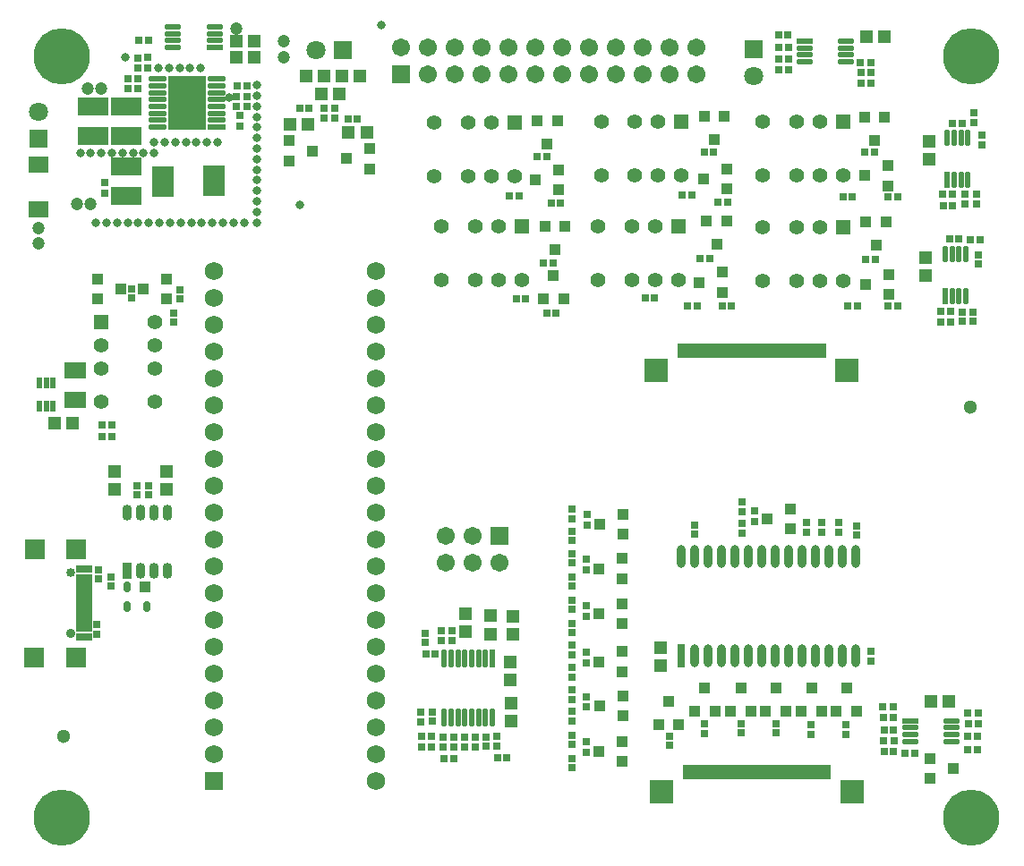
<source format=gts>
G04*
G04 #@! TF.GenerationSoftware,Altium Limited,Altium Designer,20.2.7 (254)*
G04*
G04 Layer_Color=8388736*
%FSLAX44Y44*%
%MOMM*%
G71*
G04*
G04 #@! TF.SameCoordinates,14443FBA-9F2F-49AC-9F3F-8E7C631A9B01*
G04*
G04*
G04 #@! TF.FilePolarity,Negative*
G04*
G01*
G75*
%ADD15R,0.8032X0.8032*%
%ADD16R,1.5032X0.5032*%
%ADD17R,1.5032X0.8032*%
%ADD18R,2.9032X1.8032*%
%ADD19R,0.8032X0.7532*%
%ADD20R,0.8032X0.8032*%
%ADD21R,0.7532X0.8032*%
%ADD22R,1.3032X1.2032*%
%ADD23R,0.6032X1.1032*%
%ADD24R,2.1082X2.9932*%
%ADD25O,1.7032X0.5532*%
%ADD26R,1.7032X0.5532*%
%ADD27R,3.6032X5.2032*%
%ADD28O,0.9032X1.5032*%
%ADD29R,0.9032X1.5032*%
%ADD30C,1.3000*%
%ADD31R,2.2032X2.2032*%
%ADD32R,0.5032X1.4032*%
%ADD33R,1.1032X1.0032*%
%ADD34R,1.0032X1.1032*%
%ADD35R,1.0832X1.0532*%
%ADD36O,0.7032X1.0532*%
%ADD37R,1.9632X1.5032*%
%ADD38R,2.0032X1.5032*%
%ADD39O,1.5532X0.5532*%
%ADD40R,1.5532X0.5532*%
%ADD41O,0.5532X1.5532*%
%ADD42R,0.5532X1.5532*%
%ADD43O,0.5532X1.7032*%
%ADD44R,0.5532X1.7032*%
%ADD45O,0.8032X2.2032*%
%ADD46R,0.8032X2.2032*%
%ADD47R,1.2032X1.3032*%
%ADD48C,0.8532*%
%ADD49R,1.9032X1.9032*%
%ADD50C,0.9032*%
%ADD51C,5.3032*%
%ADD52C,1.4032*%
%ADD53R,1.4032X1.4032*%
%ADD54R,1.4032X1.4032*%
%ADD55C,1.7032*%
%ADD56R,1.7032X1.7032*%
%ADD57R,1.8032X1.8032*%
%ADD58C,1.8032*%
%ADD59R,1.8032X1.8032*%
%ADD60R,1.7272X1.7272*%
%ADD61C,1.7272*%
%ADD62C,1.2032*%
%ADD63C,0.8032*%
D15*
X208000Y704000D02*
D03*
Y694000D02*
D03*
X80000Y631000D02*
D03*
Y641000D02*
D03*
X121000Y749000D02*
D03*
Y759000D02*
D03*
X536378Y326277D02*
D03*
Y316277D02*
D03*
X535378Y284277D02*
D03*
Y274277D02*
D03*
Y196277D02*
D03*
Y186277D02*
D03*
X535378Y240278D02*
D03*
Y230278D02*
D03*
Y111277D02*
D03*
Y101277D02*
D03*
X535378Y154277D02*
D03*
Y144277D02*
D03*
X694870Y330310D02*
D03*
Y320310D02*
D03*
D16*
X60625Y225250D02*
D03*
Y245250D02*
D03*
Y240250D02*
D03*
Y235250D02*
D03*
Y250250D02*
D03*
Y230250D02*
D03*
Y255250D02*
D03*
Y260250D02*
D03*
D17*
X60675Y274750D02*
D03*
X60700Y218800D02*
D03*
X60675Y266750D02*
D03*
X60700Y210800D02*
D03*
D18*
X101000Y656000D02*
D03*
Y628000D02*
D03*
X69000Y713000D02*
D03*
Y685000D02*
D03*
X101000Y713000D02*
D03*
Y685000D02*
D03*
D19*
X111500Y739000D02*
D03*
X102500D02*
D03*
X205500Y732000D02*
D03*
X214500D02*
D03*
X112500Y775000D02*
D03*
X121500D02*
D03*
X401090Y95480D02*
D03*
X410090D02*
D03*
X380090Y106490D02*
D03*
X389090D02*
D03*
X319460Y701310D02*
D03*
X310460D02*
D03*
X264560Y710720D02*
D03*
X273560D02*
D03*
X795660Y744500D02*
D03*
X804660D02*
D03*
X726660Y780500D02*
D03*
X717660D02*
D03*
X795660Y734500D02*
D03*
X804660D02*
D03*
X718160Y747500D02*
D03*
X727160D02*
D03*
Y757500D02*
D03*
X718160D02*
D03*
X727160Y768500D02*
D03*
X718160D02*
D03*
X882230Y696900D02*
D03*
X891230D02*
D03*
X872730Y629900D02*
D03*
X881730D02*
D03*
X879230Y587400D02*
D03*
X888230D02*
D03*
X871230Y518900D02*
D03*
X880230D02*
D03*
X873230Y618900D02*
D03*
X882230D02*
D03*
X899230Y586900D02*
D03*
X908230D02*
D03*
X871230Y508900D02*
D03*
X880230D02*
D03*
X460580Y96600D02*
D03*
X451580D02*
D03*
X647370Y669310D02*
D03*
X656370D02*
D03*
X489370Y665310D02*
D03*
X498370D02*
D03*
X800370Y568310D02*
D03*
X809370D02*
D03*
X380240Y116630D02*
D03*
X389240D02*
D03*
X393000Y194540D02*
D03*
X384000D02*
D03*
X660370Y622310D02*
D03*
X669370D02*
D03*
X502370Y621310D02*
D03*
X511370D02*
D03*
X821370Y524310D02*
D03*
X830370D02*
D03*
X591370Y531310D02*
D03*
X600370D02*
D03*
X643500Y569000D02*
D03*
X652500D02*
D03*
X799370Y669310D02*
D03*
X808370D02*
D03*
X495370Y564310D02*
D03*
X504370D02*
D03*
X626370Y629310D02*
D03*
X635370D02*
D03*
X664370Y524310D02*
D03*
X673370D02*
D03*
X821370Y627310D02*
D03*
X830370D02*
D03*
X498370Y517310D02*
D03*
X507370D02*
D03*
X463370Y628310D02*
D03*
X472370D02*
D03*
X783370Y524310D02*
D03*
X792370D02*
D03*
X631370D02*
D03*
X640370D02*
D03*
X778370Y627310D02*
D03*
X787370D02*
D03*
X825870Y134310D02*
D03*
X816870D02*
D03*
X846370Y100310D02*
D03*
X837370D02*
D03*
X826370Y102306D02*
D03*
X817370D02*
D03*
X826370Y122306D02*
D03*
X817370D02*
D03*
X469329Y530537D02*
D03*
X478329D02*
D03*
X897370Y128310D02*
D03*
X906370D02*
D03*
X896370Y116310D02*
D03*
X905370D02*
D03*
X896370Y104310D02*
D03*
X905370D02*
D03*
X77920Y400600D02*
D03*
X86920D02*
D03*
X86920Y411600D02*
D03*
X77920D02*
D03*
D20*
X112000Y730000D02*
D03*
X102000D02*
D03*
X205000Y722000D02*
D03*
X215000D02*
D03*
X205000Y713000D02*
D03*
X215000D02*
D03*
X906870Y138310D02*
D03*
X896870D02*
D03*
X805160Y754500D02*
D03*
X795160D02*
D03*
X815870Y144310D02*
D03*
X825870D02*
D03*
X816870Y112306D02*
D03*
X826870D02*
D03*
D21*
X112000Y749500D02*
D03*
Y758500D02*
D03*
X410870Y106670D02*
D03*
Y115670D02*
D03*
X379390Y139660D02*
D03*
Y130660D02*
D03*
X441270Y116250D02*
D03*
Y107250D02*
D03*
X758870Y309810D02*
D03*
Y318810D02*
D03*
X774870Y309810D02*
D03*
Y318810D02*
D03*
X791254Y306787D02*
D03*
Y315788D02*
D03*
X804870Y196810D02*
D03*
Y187810D02*
D03*
X638254Y307787D02*
D03*
Y316787D02*
D03*
X743870Y318810D02*
D03*
Y309810D02*
D03*
X781258Y127288D02*
D03*
Y118287D02*
D03*
X748258Y127288D02*
D03*
Y118287D02*
D03*
X614870Y116810D02*
D03*
Y107810D02*
D03*
X715258Y128787D02*
D03*
Y119788D02*
D03*
X647258Y128287D02*
D03*
Y119288D02*
D03*
X682258Y128787D02*
D03*
Y119788D02*
D03*
X86300Y267570D02*
D03*
Y258570D02*
D03*
X73000Y213500D02*
D03*
Y222500D02*
D03*
X74000Y265500D02*
D03*
Y274500D02*
D03*
X420870Y106810D02*
D03*
Y115810D02*
D03*
X297960Y710810D02*
D03*
Y701810D02*
D03*
X287960Y710810D02*
D03*
Y701810D02*
D03*
X400630Y106740D02*
D03*
Y115740D02*
D03*
X902730Y697400D02*
D03*
Y706400D02*
D03*
X909730Y676400D02*
D03*
Y685400D02*
D03*
X906730Y563400D02*
D03*
Y572400D02*
D03*
X893730Y620400D02*
D03*
Y629400D02*
D03*
X891730Y509400D02*
D03*
Y518400D02*
D03*
X904730Y629400D02*
D03*
Y620400D02*
D03*
X901730Y518400D02*
D03*
Y509400D02*
D03*
X383550Y214440D02*
D03*
Y205440D02*
D03*
X398940Y207240D02*
D03*
Y216240D02*
D03*
X121470Y353980D02*
D03*
Y344980D02*
D03*
X389870Y139810D02*
D03*
Y130810D02*
D03*
X110470Y353980D02*
D03*
Y344980D02*
D03*
X408600Y207420D02*
D03*
Y216420D02*
D03*
X431090Y115750D02*
D03*
Y106750D02*
D03*
X450920Y116320D02*
D03*
Y107320D02*
D03*
X522378Y331777D02*
D03*
Y322777D02*
D03*
Y310777D02*
D03*
Y301777D02*
D03*
Y289777D02*
D03*
Y280777D02*
D03*
Y267777D02*
D03*
Y258778D02*
D03*
Y202777D02*
D03*
Y193778D02*
D03*
Y181777D02*
D03*
Y172778D02*
D03*
X522378Y245777D02*
D03*
Y236777D02*
D03*
Y223778D02*
D03*
Y214778D02*
D03*
X522378Y117777D02*
D03*
Y108778D02*
D03*
Y95777D02*
D03*
Y86777D02*
D03*
X145100Y508440D02*
D03*
Y517440D02*
D03*
X522378Y160777D02*
D03*
Y151777D02*
D03*
X522374Y140278D02*
D03*
Y131278D02*
D03*
X683378Y308777D02*
D03*
Y317777D02*
D03*
X683374Y329277D02*
D03*
Y338278D02*
D03*
X106100Y531440D02*
D03*
Y540440D02*
D03*
X151100Y530440D02*
D03*
Y539440D02*
D03*
D22*
X49500Y413000D02*
D03*
X32500D02*
D03*
X817660Y778500D02*
D03*
X800660D02*
D03*
X310960Y688310D02*
D03*
X327960D02*
D03*
X272560Y695720D02*
D03*
X255560D02*
D03*
X302460Y724310D02*
D03*
X285460D02*
D03*
X270460Y741310D02*
D03*
X287460D02*
D03*
X321460Y741310D02*
D03*
X304460D02*
D03*
X861870Y149310D02*
D03*
X878870D02*
D03*
X205000Y759000D02*
D03*
X222000D02*
D03*
X205000Y774500D02*
D03*
X222000D02*
D03*
D23*
X18500Y451000D02*
D03*
X25000D02*
D03*
X31500D02*
D03*
X18500Y429000D02*
D03*
X25000D02*
D03*
X31500D02*
D03*
D24*
X135000Y642000D02*
D03*
X183510Y642247D02*
D03*
D25*
X186000Y712750D02*
D03*
Y719250D02*
D03*
Y699750D02*
D03*
Y706250D02*
D03*
Y738750D02*
D03*
Y725750D02*
D03*
Y732250D02*
D03*
X130000Y738750D02*
D03*
Y732250D02*
D03*
Y719250D02*
D03*
Y725750D02*
D03*
Y712750D02*
D03*
Y699750D02*
D03*
Y706250D02*
D03*
Y693250D02*
D03*
D26*
X186000D02*
D03*
D27*
X158000Y716000D02*
D03*
D28*
X139870Y328480D02*
D03*
X127170D02*
D03*
X114470D02*
D03*
X101770D02*
D03*
X139870Y273480D02*
D03*
X127170D02*
D03*
X114470D02*
D03*
D29*
X101770D02*
D03*
D30*
X899200Y427980D02*
D03*
X41030Y116800D02*
D03*
D31*
X602120Y462810D02*
D03*
X782120D02*
D03*
X606870Y64185D02*
D03*
X786870D02*
D03*
D32*
X759870Y481310D02*
D03*
X754870D02*
D03*
X749870D02*
D03*
X744870D02*
D03*
X739870D02*
D03*
X734870D02*
D03*
X729870D02*
D03*
X714870D02*
D03*
X709870D02*
D03*
X704870D02*
D03*
X699870D02*
D03*
X684870D02*
D03*
X679870D02*
D03*
X674870D02*
D03*
X669870D02*
D03*
X664870D02*
D03*
X659870D02*
D03*
X654870D02*
D03*
X649870D02*
D03*
X644870D02*
D03*
X639870D02*
D03*
X634870D02*
D03*
X629870D02*
D03*
X624870D02*
D03*
X694870D02*
D03*
X689870D02*
D03*
X724870D02*
D03*
X719870D02*
D03*
X764620Y82685D02*
D03*
X759620D02*
D03*
X754620D02*
D03*
X749620D02*
D03*
X744620D02*
D03*
X739620D02*
D03*
X734620D02*
D03*
X719620D02*
D03*
X714620D02*
D03*
X709620D02*
D03*
X704620D02*
D03*
X689620D02*
D03*
X684620D02*
D03*
X679620D02*
D03*
X674620D02*
D03*
X669620D02*
D03*
X664620D02*
D03*
X659620D02*
D03*
X654620D02*
D03*
X649620D02*
D03*
X644620D02*
D03*
X639620D02*
D03*
X634620D02*
D03*
X629620D02*
D03*
X699620D02*
D03*
X694620D02*
D03*
X729620D02*
D03*
X724620D02*
D03*
D33*
X668870Y653810D02*
D03*
X646870Y644310D02*
D03*
X668870Y634810D02*
D03*
X509870Y652810D02*
D03*
X487870Y643310D02*
D03*
X509870Y633810D02*
D03*
X821870Y553810D02*
D03*
X799870Y544310D02*
D03*
X821870Y534810D02*
D03*
X664870Y555810D02*
D03*
X642870Y546310D02*
D03*
X664870Y536810D02*
D03*
X820870Y656810D02*
D03*
X798870Y647310D02*
D03*
X820870Y637810D02*
D03*
X139100Y549440D02*
D03*
X117100Y539940D02*
D03*
X139100Y530440D02*
D03*
X330960Y672810D02*
D03*
X308960Y663310D02*
D03*
X330960Y653810D02*
D03*
X255060Y661220D02*
D03*
X277060Y670720D02*
D03*
X255060Y680220D02*
D03*
X860870Y76810D02*
D03*
X882870Y86310D02*
D03*
X860870Y95810D02*
D03*
X569378Y284777D02*
D03*
X547378Y275277D02*
D03*
X569378Y265777D02*
D03*
X569377Y196777D02*
D03*
X547377Y187277D02*
D03*
X569377Y177777D02*
D03*
X570377Y326777D02*
D03*
X548376Y317277D02*
D03*
X570377Y307777D02*
D03*
X569374Y242278D02*
D03*
X547374Y232778D02*
D03*
X569374Y223277D02*
D03*
X569377Y111777D02*
D03*
X547377Y102277D02*
D03*
X569377Y92777D02*
D03*
X570377Y154777D02*
D03*
X548377Y145277D02*
D03*
X570377Y135777D02*
D03*
X728870Y331810D02*
D03*
X706870Y322310D02*
D03*
X728870Y312810D02*
D03*
X73100Y530440D02*
D03*
X95100Y539940D02*
D03*
X73100Y549440D02*
D03*
D34*
X514370Y530310D02*
D03*
X504870Y552310D02*
D03*
X495370Y530310D02*
D03*
X623370Y127310D02*
D03*
X613870Y149310D02*
D03*
X604370Y127310D02*
D03*
X791370Y140310D02*
D03*
X781870Y162310D02*
D03*
X772370Y140310D02*
D03*
X758370D02*
D03*
X748870Y162310D02*
D03*
X739370Y140310D02*
D03*
X657370D02*
D03*
X647870Y162310D02*
D03*
X638370Y140310D02*
D03*
X724370D02*
D03*
X714870Y162310D02*
D03*
X705370Y140310D02*
D03*
X691370D02*
D03*
X681870Y162310D02*
D03*
X672370Y140310D02*
D03*
X647370Y703310D02*
D03*
X656870Y681310D02*
D03*
X666370Y703310D02*
D03*
X489370Y699310D02*
D03*
X498870Y677310D02*
D03*
X508370Y699310D02*
D03*
X800370Y603310D02*
D03*
X809870Y581310D02*
D03*
X819370Y603310D02*
D03*
X649500Y604000D02*
D03*
X659000Y582000D02*
D03*
X668500Y604000D02*
D03*
X799143Y702269D02*
D03*
X808643Y680269D02*
D03*
X818143Y702269D02*
D03*
X496500Y599000D02*
D03*
X506000Y577000D02*
D03*
X515500Y599000D02*
D03*
D35*
X118340Y258490D02*
D03*
D36*
X101340D02*
D03*
X120340Y239490D02*
D03*
X101340D02*
D03*
D37*
X18000Y615400D02*
D03*
Y658000D02*
D03*
D38*
X52000Y435000D02*
D03*
Y463000D02*
D03*
D39*
X781660Y774500D02*
D03*
Y768000D02*
D03*
Y761500D02*
D03*
Y755000D02*
D03*
X742160D02*
D03*
Y761500D02*
D03*
Y768000D02*
D03*
X881370Y131310D02*
D03*
Y124810D02*
D03*
Y118310D02*
D03*
Y111810D02*
D03*
X841870D02*
D03*
Y118310D02*
D03*
Y124810D02*
D03*
X144500Y768500D02*
D03*
Y775000D02*
D03*
Y781500D02*
D03*
Y788000D02*
D03*
X184000D02*
D03*
Y781500D02*
D03*
Y775000D02*
D03*
D40*
X742160Y774500D02*
D03*
X841870Y131310D02*
D03*
X184000Y768500D02*
D03*
D41*
X877230Y682900D02*
D03*
X883730D02*
D03*
X890230D02*
D03*
X896730D02*
D03*
Y643400D02*
D03*
X890230D02*
D03*
X883730D02*
D03*
X875230Y572900D02*
D03*
X881730D02*
D03*
X888230D02*
D03*
X894730D02*
D03*
Y533400D02*
D03*
X888230D02*
D03*
X881730D02*
D03*
D42*
X877230Y643400D02*
D03*
X875230Y533400D02*
D03*
D43*
X446870Y134310D02*
D03*
X440370D02*
D03*
X433870D02*
D03*
X427370D02*
D03*
X420870D02*
D03*
X414370D02*
D03*
X407870D02*
D03*
Y190310D02*
D03*
X414370D02*
D03*
X420870D02*
D03*
X427370D02*
D03*
X433870D02*
D03*
X440370D02*
D03*
X401370Y134310D02*
D03*
Y190310D02*
D03*
D44*
X446870D02*
D03*
D45*
X714604Y287288D02*
D03*
X727304D02*
D03*
X676504D02*
D03*
X778104D02*
D03*
X790804D02*
D03*
X765404D02*
D03*
X740004D02*
D03*
X752704D02*
D03*
X663804D02*
D03*
X638404D02*
D03*
X651104D02*
D03*
X625704D02*
D03*
X778104Y193288D02*
D03*
X752704D02*
D03*
X765404D02*
D03*
X790804D02*
D03*
X651104D02*
D03*
X701904D02*
D03*
X689204D02*
D03*
X663804D02*
D03*
X676504D02*
D03*
X638404D02*
D03*
X740004D02*
D03*
X727304D02*
D03*
X714604D02*
D03*
X701904Y287288D02*
D03*
X689204D02*
D03*
D46*
X625704Y193288D02*
D03*
D47*
X605870Y183810D02*
D03*
Y200810D02*
D03*
X859730Y662400D02*
D03*
Y679400D02*
D03*
X856730Y552400D02*
D03*
Y569400D02*
D03*
X89470Y349980D02*
D03*
Y366980D02*
D03*
X138470Y349980D02*
D03*
Y366980D02*
D03*
X464870Y147810D02*
D03*
Y130810D02*
D03*
X421070Y215750D02*
D03*
Y232750D02*
D03*
X463870Y169810D02*
D03*
Y186810D02*
D03*
X466580Y213440D02*
D03*
Y230440D02*
D03*
X445320Y213580D02*
D03*
Y230580D02*
D03*
D48*
X48300Y271700D02*
D03*
D49*
X53300Y294000D02*
D03*
X53100Y191600D02*
D03*
X14000Y293500D02*
D03*
X13800Y191200D02*
D03*
D50*
X48100Y213900D02*
D03*
D51*
X40040Y759940D02*
D03*
Y39960D02*
D03*
X900000Y39980D02*
D03*
X900030Y759940D02*
D03*
D52*
X549871Y647508D02*
D03*
X581871D02*
D03*
X603871D02*
D03*
X625871D02*
D03*
X549871Y698308D02*
D03*
X581871D02*
D03*
X603871D02*
D03*
X391871Y646509D02*
D03*
X423871D02*
D03*
X445871D02*
D03*
X467871D02*
D03*
X391871Y697309D02*
D03*
X423871D02*
D03*
X445871D02*
D03*
X702871Y547509D02*
D03*
X734871D02*
D03*
X756871D02*
D03*
X778871D02*
D03*
X702871Y598309D02*
D03*
X734871D02*
D03*
X756871D02*
D03*
X546871Y548509D02*
D03*
X578871D02*
D03*
X600871D02*
D03*
X622871D02*
D03*
X546871Y599309D02*
D03*
X578871D02*
D03*
X600871D02*
D03*
X702644Y647468D02*
D03*
X734644D02*
D03*
X756644D02*
D03*
X778644D02*
D03*
X702644Y698268D02*
D03*
X734644D02*
D03*
X756644D02*
D03*
X398644Y548468D02*
D03*
X430644D02*
D03*
X452644D02*
D03*
X474644D02*
D03*
X398644Y599268D02*
D03*
X430644D02*
D03*
X452644D02*
D03*
X128100Y432940D02*
D03*
Y464940D02*
D03*
Y486940D02*
D03*
Y508940D02*
D03*
X77300Y432940D02*
D03*
Y464940D02*
D03*
Y486940D02*
D03*
D53*
X625871Y698308D02*
D03*
X467871Y697309D02*
D03*
X778871Y598309D02*
D03*
X622871Y599309D02*
D03*
X778644Y698268D02*
D03*
X474644Y599268D02*
D03*
D54*
X77300Y508940D02*
D03*
D55*
X640270Y768310D02*
D03*
X614870D02*
D03*
X640270Y742910D02*
D03*
X614870D02*
D03*
X360870Y768310D02*
D03*
X386270D02*
D03*
X411670D02*
D03*
X437070D02*
D03*
X462470D02*
D03*
X487870D02*
D03*
X513270D02*
D03*
X538670D02*
D03*
X564070D02*
D03*
X589470D02*
D03*
Y742910D02*
D03*
X564070D02*
D03*
X538670D02*
D03*
X513270D02*
D03*
X487870D02*
D03*
X462470D02*
D03*
X437070D02*
D03*
X411670D02*
D03*
X386270D02*
D03*
X403120Y281010D02*
D03*
Y306410D02*
D03*
X428520Y281010D02*
D03*
Y306410D02*
D03*
X453920Y281010D02*
D03*
D56*
X360870Y742910D02*
D03*
X453920Y306410D02*
D03*
D57*
X305660Y766310D02*
D03*
D58*
X280260D02*
D03*
X694160Y741300D02*
D03*
X18000Y707700D02*
D03*
D59*
X694160Y766700D02*
D03*
X18000Y682300D02*
D03*
D60*
X183220Y74340D02*
D03*
D61*
X183620Y99740D02*
D03*
Y125140D02*
D03*
Y150540D02*
D03*
Y175940D02*
D03*
Y201340D02*
D03*
Y226740D02*
D03*
Y252140D02*
D03*
Y277540D02*
D03*
Y302940D02*
D03*
X183220Y328340D02*
D03*
Y353740D02*
D03*
Y379140D02*
D03*
Y404540D02*
D03*
Y429940D02*
D03*
Y455340D02*
D03*
Y480740D02*
D03*
Y506140D02*
D03*
Y531540D02*
D03*
Y556940D02*
D03*
X336520Y74340D02*
D03*
X336920Y99740D02*
D03*
Y125140D02*
D03*
Y150540D02*
D03*
Y175940D02*
D03*
Y201340D02*
D03*
Y226740D02*
D03*
Y252140D02*
D03*
Y277540D02*
D03*
Y302940D02*
D03*
X336520Y328340D02*
D03*
Y353740D02*
D03*
Y379140D02*
D03*
Y404540D02*
D03*
Y429940D02*
D03*
Y455340D02*
D03*
Y480740D02*
D03*
Y506140D02*
D03*
Y531540D02*
D03*
Y556940D02*
D03*
D62*
X250000Y759000D02*
D03*
Y774500D02*
D03*
X205000Y786000D02*
D03*
X54000Y620050D02*
D03*
X67000D02*
D03*
X77000Y730000D02*
D03*
X64000D02*
D03*
X18000Y583000D02*
D03*
Y598000D02*
D03*
D63*
X342000Y790000D02*
D03*
X265000Y620000D02*
D03*
X224000Y613000D02*
D03*
Y623000D02*
D03*
X182000Y603000D02*
D03*
X122000D02*
D03*
X212000D02*
D03*
X162000D02*
D03*
X112000D02*
D03*
X132000D02*
D03*
X192000D02*
D03*
X142000D02*
D03*
X224000Y603000D02*
D03*
X82000Y603000D02*
D03*
X202000D02*
D03*
X102000D02*
D03*
X152000D02*
D03*
X92000D02*
D03*
X72000D02*
D03*
X172000D02*
D03*
X224000Y653000D02*
D03*
Y643000D02*
D03*
Y633000D02*
D03*
Y683000D02*
D03*
Y673000D02*
D03*
Y663000D02*
D03*
Y693000D02*
D03*
Y703000D02*
D03*
Y713000D02*
D03*
Y723000D02*
D03*
Y733000D02*
D03*
X197988Y721000D02*
D03*
X100000Y759000D02*
D03*
X148000Y696000D02*
D03*
Y706000D02*
D03*
X168000Y696000D02*
D03*
Y706000D02*
D03*
Y726000D02*
D03*
Y736000D02*
D03*
X148000D02*
D03*
Y726000D02*
D03*
Y716000D02*
D03*
X168000D02*
D03*
X158000Y696000D02*
D03*
Y706000D02*
D03*
Y736000D02*
D03*
Y726000D02*
D03*
Y716000D02*
D03*
X171000Y749000D02*
D03*
X161000D02*
D03*
X151000D02*
D03*
X141000D02*
D03*
X131000D02*
D03*
X187000Y679000D02*
D03*
X177000D02*
D03*
X167000D02*
D03*
X157000D02*
D03*
X147000D02*
D03*
X137000D02*
D03*
X127000D02*
D03*
Y669000D02*
D03*
X117000D02*
D03*
X107000D02*
D03*
X97000D02*
D03*
X87000D02*
D03*
X77000D02*
D03*
X67000D02*
D03*
X57000D02*
D03*
M02*

</source>
